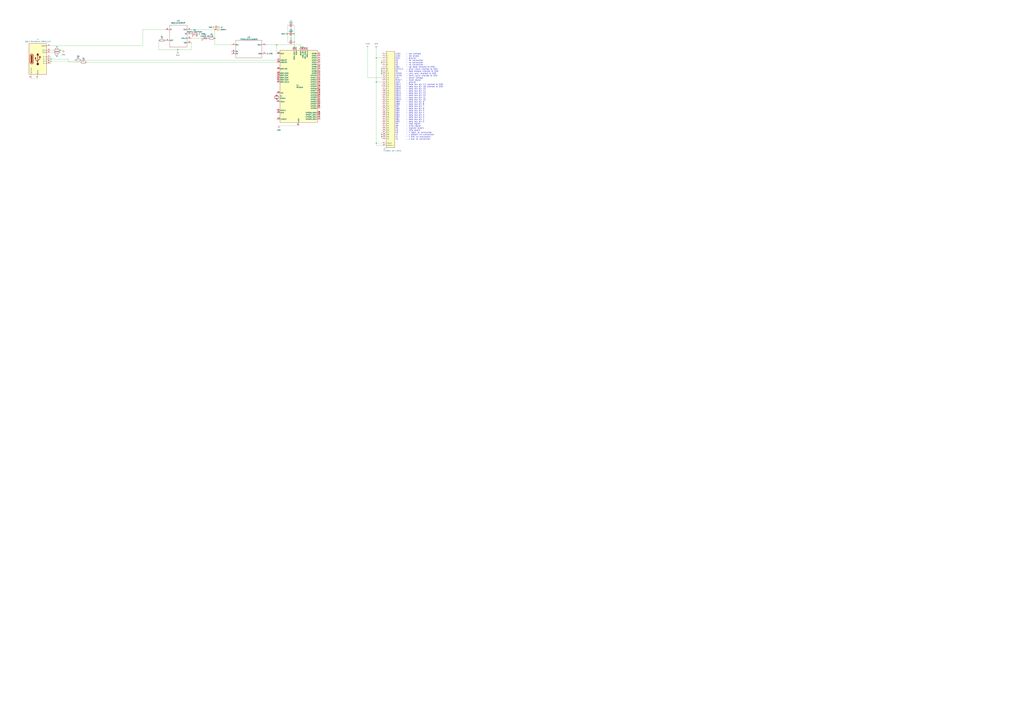
<source format=kicad_sch>
(kicad_sch (version 20230121) (generator eeschema)
  (paper "A0")
  (lib_symbols
    (symbol "2024-01-02_21-46-21:BQ21040DBVR" (pin_names (offset 0.254))
      (property "Reference" "U" (at 0 2.54 0))
      (property "Value" "BQ21040DBVR" (at 0 0 0))
      (symbol "BQ21040DBVR_0_1"
        (polyline (pts (xy -10.16 -12.7) (xy 10.16 -12.7)) (stroke (width 0.2032)))
        (polyline (pts (xy -10.16 12.7) (xy -10.16 -12.7)) (stroke (width 0.2032)))
        (polyline (pts (xy 10.16 -12.7) (xy 10.16 12.7)) (stroke (width 0.2032)))
        (polyline (pts (xy 10.16 12.7) (xy -10.16 12.7)) (stroke (width 0.2032)))
        (pin input line (at 15.24 2.54 180) (length 5.08) (name "TS") (number "1"))
        (pin power_in line (at 15.24 7.62 180) (length 5.08) (name "OUT") (number "2"))
        (pin open_collector line (at 15.24 -2.54 180) (length 5.08) (name "CHG_N") (number "3"))
        (pin input line (at -15.24 -5.08 0) (length 5.08) (name "ISET") (number "4"))
        (pin power_in line (at 15.24 -7.62 180) (length 5.08) (name "VSS") (number "5"))
        (pin power_in line (at -15.24 7.62 0) (length 5.08) (name "IN") (number "6"))
      )
    )
    (symbol "2024-01-02_21-46-27:TPS613221ADBVR" (pin_names (offset 0.254))
      (property "Reference" "U" (at 0 2.54 0))
      (property "Value" "TPS613221ADBVR" (at 0 0 0))
      (symbol "TPS613221ADBVR_0_1"
        (polyline (pts (xy -15.24 -10.16) (xy 15.24 -10.16)) (stroke (width 0.2032)))
        (polyline (pts (xy -15.24 10.16) (xy -15.24 -10.16)) (stroke (width 0.2032)))
        (polyline (pts (xy 15.24 -10.16) (xy 15.24 10.16)) (stroke (width 0.2032)))
        (polyline (pts (xy 15.24 10.16) (xy -15.24 10.16)) (stroke (width 0.2032)))
        (pin power_in line (at -20.32 5.08 0) (length 5.08) (name "SW") (number "1"))
        (pin power_in line (at 20.32 -5.08 180) (length 5.08) (name "GND") (number "2"))
        (pin unspecified line (at -20.32 -2.54 0) (length 5.08) (name "NC") (number "3"))
        (pin power_in line (at 20.32 5.08 180) (length 5.08) (name "VOUT") (number "4"))
        (pin unspecified line (at -20.32 -5.08 0) (length 5.08) (name "NC") (number "5"))
      )
    )
    (symbol "Connector:USB_C_Receptacle_USB2.0_14P" (pin_names (offset 1.016))
      (property "Reference" "J" (at 0 22.225 0))
      (property "Value" "USB_C_Receptacle_USB2.0_14P" (at 0 19.685 0))
      (symbol "USB_C_Receptacle_USB2.0_14P_0_0"
        (rectangle (start -0.254 -17.78) (end 0.254 -16.764))
        (rectangle (start 10.16 -4.826) (end 9.144 -5.334))
        (rectangle (start 10.16 -2.286) (end 9.144 -2.794))
        (rectangle (start 10.16 0.254) (end 9.144 -0.254))
        (rectangle (start 10.16 2.794) (end 9.144 2.286))
        (rectangle (start 10.16 7.874) (end 9.144 7.366))
        (rectangle (start 10.16 10.414) (end 9.144 9.906))
        (rectangle (start 10.16 15.494) (end 9.144 14.986))
      )
      (symbol "USB_C_Receptacle_USB2.0_14P_0_1"
        (rectangle (start -10.16 17.78) (end 10.16 -17.78) (stroke (width 0.254)) (fill (type background)))
        (arc (start -8.89 -3.81) (mid -6.985 -5.7067) (end -5.08 -3.81) (stroke (width 0.508)))
        (arc (start -7.62 -3.81) (mid -6.985 -4.4423) (end -6.35 -3.81) (stroke (width 0.254)))
        (arc (start -7.62 -3.81) (mid -6.985 -4.4423) (end -6.35 -3.81) (stroke (width 0.254)) (fill (type outline)))
        (rectangle (start -7.62 -3.81) (end -6.35 3.81) (stroke (width 0.254)) (fill (type outline)))
        (arc (start -6.35 3.81) (mid -6.985 4.4423) (end -7.62 3.81) (stroke (width 0.254)))
        (arc (start -6.35 3.81) (mid -6.985 4.4423) (end -7.62 3.81) (stroke (width 0.254)) (fill (type outline)))
        (arc (start -5.08 3.81) (mid -6.985 5.7067) (end -8.89 3.81) (stroke (width 0.508)))
        (circle (center -2.54 1.143) (radius 0.635) (stroke (width 0.254)) (fill (type outline)))
        (circle (center 0 -5.842) (radius 1.27) (fill (type outline)))
        (polyline (pts (xy -8.89 -3.81) (xy -8.89 3.81)) (stroke (width 0.508)))
        (polyline (pts (xy -5.08 3.81) (xy -5.08 -3.81)) (stroke (width 0.508)))
        (polyline (pts (xy 0 -5.842) (xy 0 4.318)) (stroke (width 0.508)))
        (polyline (pts (xy 0 -3.302) (xy -2.54 -0.762) (xy -2.54 0.508)) (stroke (width 0.508)))
        (polyline (pts (xy 0 -2.032) (xy 2.54 0.508) (xy 2.54 1.778)) (stroke (width 0.508)))
        (polyline (pts (xy -1.27 4.318) (xy 0 6.858) (xy 1.27 4.318) (xy -1.27 4.318)) (stroke (width 0.254)) (fill (type outline)))
        (rectangle (start 1.905 1.778) (end 3.175 3.048) (stroke (width 0.254)) (fill (type outline)))
      )
      (symbol "USB_C_Receptacle_USB2.0_14P_1_1"
        (pin passive line (at 0 -22.86 90) (length 5.08) (name "GND") (number "A1"))
        (pin passive line (at 0 -22.86 90) (length 5.08) hide (name "GND") (number "A12"))
        (pin passive line (at 15.24 15.24 180) (length 5.08) (name "VBUS") (number "A4"))
        (pin bidirectional line (at 15.24 10.16 180) (length 5.08) (name "CC1") (number "A5"))
        (pin bidirectional line (at 15.24 -2.54 180) (length 5.08) (name "D+") (number "A6"))
        (pin bidirectional line (at 15.24 2.54 180) (length 5.08) (name "D-") (number "A7"))
        (pin passive line (at 15.24 15.24 180) (length 5.08) hide (name "VBUS") (number "A9"))
        (pin passive line (at 0 -22.86 90) (length 5.08) hide (name "GND") (number "B1"))
        (pin passive line (at 0 -22.86 90) (length 5.08) hide (name "GND") (number "B12"))
        (pin passive line (at 15.24 15.24 180) (length 5.08) hide (name "VBUS") (number "B4"))
        (pin bidirectional line (at 15.24 7.62 180) (length 5.08) (name "CC2") (number "B5"))
        (pin bidirectional line (at 15.24 -5.08 180) (length 5.08) (name "D+") (number "B6"))
        (pin bidirectional line (at 15.24 0 180) (length 5.08) (name "D-") (number "B7"))
        (pin passive line (at 15.24 15.24 180) (length 5.08) hide (name "VBUS") (number "B9"))
        (pin passive line (at -7.62 -22.86 90) (length 5.08) (name "SHIELD") (number "S1"))
      )
    )
    (symbol "Device:C" (pin_numbers hide) (pin_names (offset 0.254))
      (property "Reference" "C" (at 0.635 2.54 0))
      (property "Value" "C" (at 0.635 -2.54 0))
      (symbol "C_0_1"
        (polyline (pts (xy -2.032 -0.762) (xy 2.032 -0.762)) (stroke (width 0.508)))
        (polyline (pts (xy -2.032 0.762) (xy 2.032 0.762)) (stroke (width 0.508)))
      )
      (symbol "C_1_1"
        (pin passive line (at 0 3.81 270) (length 2.794) (name "~") (number "1"))
        (pin passive line (at 0 -3.81 90) (length 2.794) (name "~") (number "2"))
      )
    )
    (symbol "Device:Crystal" (pin_numbers hide) (pin_names (offset 1.016) hide)
      (property "Reference" "Y" (at 0 3.81 0))
      (property "Value" "Crystal" (at 0 -3.81 0))
      (symbol "Crystal_0_1"
        (rectangle (start -1.143 2.54) (end 1.143 -2.54) (stroke (width 0.3048)))
        (polyline (pts (xy -2.54 0) (xy -1.905 0)))
        (polyline (pts (xy -1.905 -1.27) (xy -1.905 1.27)) (stroke (width 0.508)))
        (polyline (pts (xy 1.905 -1.27) (xy 1.905 1.27)) (stroke (width 0.508)))
        (polyline (pts (xy 2.54 0) (xy 1.905 0)))
      )
      (symbol "Crystal_1_1"
        (pin passive line (at -3.81 0 0) (length 1.27) (name "1") (number "1"))
        (pin passive line (at 3.81 0 180) (length 1.27) (name "2") (number "2"))
      )
    )
    (symbol "Device:LED" (pin_numbers hide) (pin_names (offset 1.016) hide)
      (property "Reference" "D" (at 0 2.54 0))
      (property "Value" "LED" (at 0 -2.54 0))
      (symbol "LED_0_1"
        (polyline (pts (xy -1.27 -1.27) (xy -1.27 1.27)) (stroke (width 0.254)))
        (polyline (pts (xy -1.27 0) (xy 1.27 0)))
        (polyline (pts (xy 1.27 -1.27) (xy 1.27 1.27) (xy -1.27 0) (xy 1.27 -1.27)) (stroke (width 0.254)))
        (polyline (pts (xy -3.048 -0.762) (xy -4.572 -2.286) (xy -3.81 -2.286) (xy -4.572 -2.286) (xy -4.572 -1.524)))
        (polyline (pts (xy -1.778 -0.762) (xy -3.302 -2.286) (xy -2.54 -2.286) (xy -3.302 -2.286) (xy -3.302 -1.524)))
      )
      (symbol "LED_1_1"
        (pin passive line (at -3.81 0 0) (length 2.54) (name "K") (number "1"))
        (pin passive line (at 3.81 0 180) (length 2.54) (name "A") (number "2"))
      )
    )
    (symbol "Device:R" (pin_numbers hide) (pin_names (offset 0))
      (property "Reference" "R" (at 2.032 0 90))
      (property "Value" "R" (at 0 0 90))
      (symbol "R_0_1"
        (rectangle (start -1.016 -2.54) (end 1.016 2.54) (stroke (width 0.254)))
      )
      (symbol "R_1_1"
        (pin passive line (at 0 3.81 270) (length 1.27) (name "~") (number "1"))
        (pin passive line (at 0 -3.81 90) (length 1.27) (name "~") (number "2"))
      )
    )
    (symbol "Device:Thermistor_NTC" (pin_numbers hide) (pin_names (offset 0))
      (property "Reference" "TH" (at -4.445 0 90))
      (property "Value" "Thermistor_NTC" (at 3.175 0 90))
      (symbol "Thermistor_NTC_0_1"
        (arc (start -3.048 2.159) (mid -3.0495 2.3143) (end -3.175 2.413))
        (arc (start -3.048 2.159) (mid -2.9736 1.9794) (end -2.794 1.905))
        (arc (start -3.048 2.794) (mid -2.9736 2.6144) (end -2.794 2.54))
        (arc (start -2.794 1.905) (mid -2.6144 1.9794) (end -2.54 2.159))
        (arc (start -2.794 2.54) (mid -2.4393 2.5587) (end -2.159 2.794))
        (arc (start -2.794 3.048) (mid -2.9736 2.9736) (end -3.048 2.794))
        (arc (start -2.54 2.794) (mid -2.6144 2.9736) (end -2.794 3.048))
        (rectangle (start -1.016 2.54) (end 1.016 -2.54) (stroke (width 0.254)))
        (polyline (pts (xy -2.54 2.159) (xy -2.54 2.794)))
        (polyline (pts (xy -1.778 2.54) (xy -1.778 1.524) (xy 1.778 -1.524) (xy 1.778 -2.54)))
        (polyline (pts (xy -2.54 -3.683) (xy -2.54 -1.397) (xy -2.794 -2.159) (xy -2.286 -2.159) (xy -2.54 -1.397) (xy -2.54 -1.651)) (fill (type outline)))
        (polyline (pts (xy -1.778 -1.397) (xy -1.778 -3.683) (xy -2.032 -2.921) (xy -1.524 -2.921) (xy -1.778 -3.683) (xy -1.778 -3.429)) (fill (type outline)))
      )
      (symbol "Thermistor_NTC_1_1"
        (pin passive line (at 0 3.81 270) (length 1.27) (name "~") (number "1"))
        (pin passive line (at 0 -3.81 90) (length 1.27) (name "~") (number "2"))
      )
    )
    (symbol "FFC2B21-40-T_REVA:FFC2B21-40-T_REVA" (pin_names (offset 1.016))
      (property "Reference" "J" (at -5.08 54.61 0))
      (property "Value" "FFC2B21-40-T_REVA" (at -5.08 -60.96 0))
      (symbol "FFC2B21-40-T_REVA_0_0"
        (rectangle (start -5.08 -58.42) (end 5.08 53.34) (stroke (width 0.254)) (fill (type background)))
        (pin passive line (at -10.16 50.8 0) (length 5.08) (name "1") (number "1"))
        (pin passive line (at -10.16 27.94 0) (length 5.08) (name "10") (number "10"))
        (pin passive line (at -10.16 25.4 0) (length 5.08) (name "11") (number "11"))
        (pin passive line (at -10.16 22.86 0) (length 5.08) (name "12") (number "12"))
        (pin passive line (at -10.16 20.32 0) (length 5.08) (name "13") (number "13"))
        (pin passive line (at -10.16 17.78 0) (length 5.08) (name "14") (number "14"))
        (pin passive line (at -10.16 15.24 0) (length 5.08) (name "15") (number "15"))
        (pin passive line (at -10.16 12.7 0) (length 5.08) (name "16") (number "16"))
        (pin passive line (at -10.16 10.16 0) (length 5.08) (name "17") (number "17"))
        (pin passive line (at -10.16 7.62 0) (length 5.08) (name "18") (number "18"))
        (pin passive line (at -10.16 5.08 0) (length 5.08) (name "19") (number "19"))
        (pin passive line (at -10.16 48.26 0) (length 5.08) (name "2") (number "2"))
        (pin passive line (at -10.16 2.54 0) (length 5.08) (name "20") (number "20"))
        (pin passive line (at -10.16 0 0) (length 5.08) (name "21") (number "21"))
        (pin passive line (at -10.16 -2.54 0) (length 5.08) (name "22") (number "22"))
        (pin passive line (at -10.16 -5.08 0) (length 5.08) (name "23") (number "23"))
        (pin passive line (at -10.16 -7.62 0) (length 5.08) (name "24") (number "24"))
        (pin passive line (at -10.16 -10.16 0) (length 5.08) (name "25") (number "25"))
        (pin passive line (at -10.16 -12.7 0) (length 5.08) (name "26") (number "26"))
        (pin passive line (at -10.16 -15.24 0) (length 5.08) (name "27") (number "27"))
        (pin passive line (at -10.16 -17.78 0) (length 5.08) (name "28") (number "28"))
        (pin passive line (at -10.16 -20.32 0) (length 5.08) (name "29") (number "29"))
        (pin passive line (at -10.16 45.72 0) (length 5.08) (name "3") (number "3"))
        (pin passive line (at -10.16 -22.86 0) (length 5.08) (name "30") (number "30"))
        (pin passive line (at -10.16 -25.4 0) (length 5.08) (name "31") (number "31"))
        (pin passive line (at -10.16 -27.94 0) (length 5.08) (name "32") (number "32"))
        (pin passive line (at -10.16 -30.48 0) (length 5.08) (name "33") (number "33"))
        (pin passive line (at -10.16 -33.02 0) (length 5.08) (name "34") (number "34"))
        (pin passive line (at -10.16 -35.56 0) (length 5.08) (name "35") (number "35"))
        (pin passive line (at -10.16 -38.1 0) (length 5.08) (name "36") (number "36"))
        (pin passive line (at -10.16 -40.64 0) (length 5.08) (name "37") (number "37"))
        (pin passive line (at -10.16 -43.18 0) (length 5.08) (name "38") (number "38"))
        (pin passive line (at -10.16 -45.72 0) (length 5.08) (name "39") (number "39"))
        (pin passive line (at -10.16 43.18 0) (length 5.08) (name "4") (number "4"))
        (pin passive line (at -10.16 -48.26 0) (length 5.08) (name "40") (number "40"))
        (pin passive line (at -10.16 40.64 0) (length 5.08) (name "5") (number "5"))
        (pin passive line (at -10.16 38.1 0) (length 5.08) (name "6") (number "6"))
        (pin passive line (at -10.16 35.56 0) (length 5.08) (name "7") (number "7"))
        (pin passive line (at -10.16 33.02 0) (length 5.08) (name "8") (number "8"))
        (pin passive line (at -10.16 30.48 0) (length 5.08) (name "9") (number "9"))
        (pin passive line (at -10.16 -53.34 0) (length 5.08) (name "SHIELD") (number "S1"))
        (pin passive line (at -10.16 -55.88 0) (length 5.08) (name "SHIELD__1") (number "S2"))
      )
    )
    (symbol "MCU_RaspberryPi:RP2040"
      (property "Reference" "U" (at 17.78 45.72 0))
      (property "Value" "RP2040" (at 17.78 43.18 0))
      (symbol "RP2040_0_1"
        (rectangle (start -21.59 41.91) (end 21.59 -41.91) (stroke (width 0.254)) (fill (type background)))
      )
      (symbol "RP2040_1_1"
        (pin power_in line (at 2.54 45.72 270) (length 3.81) (name "IOVDD") (number "1"))
        (pin passive line (at 2.54 45.72 270) (length 3.81) hide (name "IOVDD") (number "10"))
        (pin bidirectional line (at 25.4 17.78 180) (length 3.81) (name "GPIO8") (number "11"))
        (pin bidirectional line (at 25.4 15.24 180) (length 3.81) (name "GPIO9") (number "12"))
        (pin bidirectional line (at 25.4 12.7 180) (length 3.81) (name "GPIO10") (number "13"))
        (pin bidirectional line (at 25.4 10.16 180) (length 3.81) (name "GPIO11") (number "14"))
        (pin bidirectional line (at 25.4 7.62 180) (length 3.81) (name "GPIO12") (number "15"))
        (pin bidirectional line (at 25.4 5.08 180) (length 3.81) (name "GPIO13") (number "16"))
        (pin bidirectional line (at 25.4 2.54 180) (length 3.81) (name "GPIO14") (number "17"))
        (pin bidirectional line (at 25.4 0 180) (length 3.81) (name "GPIO15") (number "18"))
        (pin input line (at -25.4 -38.1 0) (length 3.81) (name "TESTEN") (number "19"))
        (pin bidirectional line (at 25.4 38.1 180) (length 3.81) (name "GPIO0") (number "2"))
        (pin input line (at -25.4 -7.62 0) (length 3.81) (name "XIN") (number "20"))
        (pin passive line (at -25.4 -17.78 0) (length 3.81) (name "XOUT") (number "21"))
        (pin passive line (at 2.54 45.72 270) (length 3.81) hide (name "IOVDD") (number "22"))
        (pin power_in line (at -2.54 45.72 270) (length 3.81) (name "DVDD") (number "23"))
        (pin input line (at -25.4 -27.94 0) (length 3.81) (name "SWCLK") (number "24"))
        (pin bidirectional line (at -25.4 -30.48 0) (length 3.81) (name "SWD") (number "25"))
        (pin input line (at -25.4 38.1 0) (length 3.81) (name "RUN") (number "26"))
        (pin bidirectional line (at 25.4 -2.54 180) (length 3.81) (name "GPIO16") (number "27"))
        (pin bidirectional line (at 25.4 -5.08 180) (length 3.81) (name "GPIO17") (number "28"))
        (pin bidirectional line (at 25.4 -7.62 180) (length 3.81) (name "GPIO18") (number "29"))
        (pin bidirectional line (at 25.4 35.56 180) (length 3.81) (name "GPIO1") (number "3"))
        (pin bidirectional line (at 25.4 -10.16 180) (length 3.81) (name "GPIO19") (number "30"))
        (pin bidirectional line (at 25.4 -12.7 180) (length 3.81) (name "GPIO20") (number "31"))
        (pin bidirectional line (at 25.4 -15.24 180) (length 3.81) (name "GPIO21") (number "32"))
        (pin passive line (at 2.54 45.72 270) (length 3.81) hide (name "IOVDD") (number "33"))
        (pin bidirectional line (at 25.4 -17.78 180) (length 3.81) (name "GPIO22") (number "34"))
        (pin bidirectional line (at 25.4 -20.32 180) (length 3.81) (name "GPIO23") (number "35"))
        (pin bidirectional line (at 25.4 -22.86 180) (length 3.81) (name "GPIO24") (number "36"))
        (pin bidirectional line (at 25.4 -25.4 180) (length 3.81) (name "GPIO25") (number "37"))
        (pin bidirectional line (at 25.4 -30.48 180) (length 3.81) (name "GPIO26_ADC0") (number "38"))
        (pin bidirectional line (at 25.4 -33.02 180) (length 3.81) (name "GPIO27_ADC1") (number "39"))
        (pin bidirectional line (at 25.4 33.02 180) (length 3.81) (name "GPIO2") (number "4"))
        (pin bidirectional line (at 25.4 -35.56 180) (length 3.81) (name "GPIO28_ADC2") (number "40"))
        (pin bidirectional line (at 25.4 -38.1 180) (length 3.81) (name "GPIO29_ADC3") (number "41"))
        (pin passive line (at 2.54 45.72 270) (length 3.81) hide (name "IOVDD") (number "42"))
        (pin power_in line (at 7.62 45.72 270) (length 3.81) (name "ADC_AVDD") (number "43"))
        (pin power_in line (at 10.16 45.72 270) (length 3.81) (name "VREG_IN") (number "44"))
        (pin power_out line (at -5.08 45.72 270) (length 3.81) (name "VREG_VOUT") (number "45"))
        (pin bidirectional line (at -25.4 27.94 0) (length 3.81) (name "USB_DM") (number "46"))
        (pin bidirectional line (at -25.4 30.48 0) (length 3.81) (name "USB_DP") (number "47"))
        (pin power_in line (at 5.08 45.72 270) (length 3.81) (name "USB_VDD") (number "48"))
        (pin passive line (at 2.54 45.72 270) (length 3.81) hide (name "IOVDD") (number "49"))
        (pin bidirectional line (at 25.4 30.48 180) (length 3.81) (name "GPIO3") (number "5"))
        (pin passive line (at -2.54 45.72 270) (length 3.81) hide (name "DVDD") (number "50"))
        (pin bidirectional line (at -25.4 7.62 0) (length 3.81) (name "QSPI_SD3") (number "51"))
        (pin output line (at -25.4 5.08 0) (length 3.81) (name "QSPI_SCLK") (number "52"))
        (pin bidirectional line (at -25.4 15.24 0) (length 3.81) (name "QSPI_SD0") (number "53"))
        (pin bidirectional line (at -25.4 10.16 0) (length 3.81) (name "QSPI_SD2") (number "54"))
        (pin bidirectional line (at -25.4 12.7 0) (length 3.81) (name "QSPI_SD1") (number "55"))
        (pin bidirectional line (at -25.4 20.32 0) (length 3.81) (name "QSPI_SS") (number "56"))
        (pin power_in line (at 0 -45.72 90) (length 3.81) (name "GND") (number "57"))
        (pin bidirectional line (at 25.4 27.94 180) (length 3.81) (name "GPIO4") (number "6"))
        (pin bidirectional line (at 25.4 25.4 180) (length 3.81) (name "GPIO5") (number "7"))
        (pin bidirectional line (at 25.4 22.86 180) (length 3.81) (name "GPIO6") (number "8"))
        (pin bidirectional line (at 25.4 20.32 180) (length 3.81) (name "GPIO7") (number "9"))
      )
    )
    (symbol "dk_Rectangular-Connectors-Headers-Male-Pins:S2B-PH-K-S_LF__SN_" (pin_names (offset 1.016))
      (property "Reference" "J" (at -2.54 -1.27 0))
      (property "Value" "S2B-PH-K-S_LF__SN_" (at 1.27 -3.81 0))
      (symbol "S2B-PH-K-S_LF__SN__1_1"
        (rectangle (start -1.27 0) (end 3.81 -2.54) (fill (type background)))
        (rectangle (start -0.254 -1.143) (end 0.254 -1.651) (fill (type outline)))
        (rectangle (start 2.286 -1.143) (end 2.794 -1.651) (fill (type outline)))
        (pin passive line (at 0 2.54 270) (length 2.54) (name "~") (number "1"))
        (pin passive line (at 2.54 2.54 270) (length 2.54) (name "~") (number "2"))
      )
    )
    (symbol "power:+3.3V" (power) (pin_names (offset 0))
      (property "Value" "+3.3V" (at 0 3.556 0))
      (symbol "+3.3V_0_1"
        (polyline (pts (xy -0.762 1.27) (xy 0 2.54)))
        (polyline (pts (xy 0 0) (xy 0 2.54)))
        (polyline (pts (xy 0 2.54) (xy 0.762 1.27)))
      )
      (symbol "+3.3V_1_1"
        (pin power_in line (at 0 0 90) (length 0) hide (name "+3.3V") (number "1"))
      )
    )
    (symbol "power:GND" (power) (pin_names (offset 0))
      (property "Value" "GND" (at 0 -3.81 0))
      (symbol "GND_0_1"
        (polyline (pts (xy 0 0) (xy 0 -1.27) (xy 1.27 -1.27) (xy 0 -2.54) (xy -1.27 -1.27) (xy 0 -1.27)))
      )
      (symbol "GND_1_1"
        (pin power_in line (at 0 0 270) (length 0) hide (name "GND") (number "1"))
      )
    )
  )
  (junction (at 249.555 34.29))
  (junction (at 69.85 58.42))
  (junction (at 341.63 54.61))
  (junction (at 443.23 80.01))
  (junction (at 443.23 85.09))
  (junction (at 334.01 39.37))
  (junction (at 249.555 44.45))
  (junction (at 443.23 156.21))
  (junction (at 443.23 158.75))
  (junction (at 351.79 54.61))
  (junction (at 443.23 82.55))
  (junction (at 59.055 71.12))
  (junction (at 436.88 67.31))
  (junction (at 349.25 54.61))
  (junction (at 341.63 39.37))
  (junction (at 436.88 166.37))
  (junction (at 321.31 52.07))
  (junction (at 206.375 57.785))
  (junction (at 436.88 95.25))
  (junction (at 59.055 68.58))
  (junction (at 443.23 72.39))
  (junction (at 341.63 48.895))
  (wire (pts (xy 222.25 57.785) (xy 206.375 57.785)))
  (wire (pts (xy 436.88 168.91) (xy 436.88 166.37)))
  (wire (pts (xy 321.31 116.84) (xy 321.31 118.11)))
  (wire (pts (xy 69.85 58.42) (xy 69.85 60.96)))
  (wire (pts (xy 36.195 91.44) (xy 43.815 91.44)))
  (wire (pts (xy 443.23 77.47) (xy 443.23 80.01)))
  (wire (pts (xy 184.15 57.785) (xy 184.15 46.99)))
  (wire (pts (xy 341.63 29.21) (xy 341.63 39.37)))
  (wire (pts (xy 443.23 97.79) (xy 443.23 100.33)))
  (wire (pts (xy 426.72 90.17) (xy 443.23 90.17)))
  (wire (pts (xy 249.555 34.29) (xy 249.555 44.45)))
  (wire (pts (xy 59.055 58.42) (xy 62.23 58.42)))
  (wire (pts (xy 79.375 68.58) (xy 59.055 68.58)))
  (wire (pts (xy 321.31 52.07) (xy 349.25 52.07)))
  (wire (pts (xy 206.375 57.785) (xy 184.15 57.785)))
  (wire (pts (xy 443.23 85.09) (xy 443.23 87.63)))
  (wire (pts (xy 100.965 72.39) (xy 321.31 72.39)))
  (wire (pts (xy 86.995 71.12) (xy 59.055 71.12)))
  (wire (pts (xy 249.555 44.45) (xy 249.555 52.07)))
  (wire (pts (xy 341.63 54.61) (xy 344.17 54.61)))
  (wire (pts (xy 334.01 48.895) (xy 334.01 39.37)))
  (wire (pts (xy 309.245 52.07) (xy 321.31 52.07)))
  (wire (pts (xy 94.615 69.85) (xy 321.31 69.85)))
  (wire (pts (xy 206.375 57.785) (xy 206.375 59.69)))
  (wire (pts (xy 443.23 153.67) (xy 443.23 156.21)))
  (wire (pts (xy 165.735 53.34) (xy 59.055 53.34)))
  (wire (pts (xy 59.055 60.96) (xy 62.23 60.96)))
  (wire (pts (xy 341.63 48.895) (xy 341.63 54.61)))
  (wire (pts (xy 341.63 39.37) (xy 341.63 48.895)))
  (wire (pts (xy 165.735 34.29) (xy 191.77 34.29)))
  (wire (pts (xy 443.23 156.21) (xy 443.23 158.75)))
  (wire (pts (xy 351.79 54.61) (xy 354.33 54.61)))
  (wire (pts (xy 443.23 168.91) (xy 436.88 168.91)))
  (wire (pts (xy 79.375 68.58) (xy 79.375 72.39)))
  (wire (pts (xy 334.01 29.21) (xy 334.01 39.37)))
  (wire (pts (xy 321.31 107.95) (xy 321.31 109.22)))
  (wire (pts (xy 443.23 95.25) (xy 436.88 95.25)))
  (wire (pts (xy 59.055 66.04) (xy 59.055 68.58)))
  (wire (pts (xy 165.735 34.29) (xy 165.735 53.34)))
  (wire (pts (xy 222.25 44.45) (xy 234.315 44.45)))
  (wire (pts (xy 93.345 72.39) (xy 79.375 72.39)))
  (wire (pts (xy 443.23 67.31) (xy 436.88 67.31)))
  (wire (pts (xy 436.88 166.37) (xy 436.88 95.25)))
  (wire (pts (xy 443.23 166.37) (xy 436.88 166.37)))
  (wire (pts (xy 321.31 52.07) (xy 321.31 62.23)))
  (wire (pts (xy 59.055 71.12) (xy 59.055 73.66)))
  (wire (pts (xy 69.85 58.42) (xy 73.66 58.42)))
  (wire (pts (xy 349.25 52.07) (xy 349.25 54.61)))
  (wire (pts (xy 443.23 82.55) (xy 443.23 85.09)))
  (wire (pts (xy 443.23 158.75) (xy 443.23 161.29)))
  (wire (pts (xy 436.88 95.25) (xy 436.88 67.31)))
  (wire (pts (xy 249.555 52.07) (xy 268.605 52.07)))
  (wire (pts (xy 86.995 69.85) (xy 86.995 71.12)))
  (wire (pts (xy 443.23 80.01) (xy 443.23 82.55)))
  (wire (pts (xy 443.23 69.85) (xy 443.23 72.39)))
  (wire (pts (xy 443.23 72.39) (xy 443.23 74.93)))
  (wire (pts (xy 349.25 54.61) (xy 351.79 54.61)))
  (wire (pts (xy 346.71 146.05) (xy 323.85 146.05)))
  (wire (pts (xy 222.25 49.53) (xy 222.25 57.785)))
  (wire (pts (xy 222.25 34.29) (xy 249.555 34.29)))
  (wire (pts (xy 436.88 67.31) (xy 436.88 55.88)))
  (wire (pts (xy 426.72 55.88) (xy 426.72 90.17)))
  (text "LEDK	- led cathode\nLEDA	- led anode\nGND		- ground\nNC		- no connection\nNC		- no connection\nNC		- no connection\nSDA		- spi data; shorted to GND\nDOTCLK	- pixel clock; shorted to GND\nDE		- data enable; shorted to GND\nVSYNC	- vert. sync; shorted to GND\nHSYNC	- horiz. sync; shorted to GND\nVCC		- power voltage\nRESET	- reset signal\nGND		- ground\nDB17	- data bus pin 17; shorted to GND\nDB16	- data bus pin 16; shorted to GND\nDB15	- data bus pin 15\nDB14	- data bus pin 14\nDB13	- data bus pin 13\nDB12	- data bus pin 12\nDB11	- data bus pin 11\nDB10	- data bus pin 10\nDB9		- data bus pin 9\nDB8		- data bus pin 8\nDB7		- data bus pin 7\nDB6		- data bus pin 6\nDB5		- data bus pin 5\nDB4		- data bus pin 4\nDB3		- data bus pin 3\nDB2		- data bus pin 2\nDB1		- data bus pin 1\nDB0		- data bus pin 0\nRD		- read signal\nWR		- write signal\nRS		- register select\nCS		- chip select\nXR		- x right; no connection\nYC		- y bottom; no connection\nXL		- x left; no connection\nYU		- y top; no connection" (at 459.105 162.56 0) (effects (font (size 1.577 1.577)) (justify left bottom)))
  (symbol (lib_id "power:GND") (at 436.88 55.88 180) (unit 1)
    (property "Reference" "#PWR08" (effects hide))
    (property "Value" "GND" (at 436.88 50.8 0))
  )
  (symbol (lib_id "MCU_RaspberryPi:RP2040") (at 346.71 100.33 0) (unit 1)
    (property "Reference" "U1" (at 344.17 99.06 0) (effects (justify left)))
    (property "Value" "RP2040" (at 344.17 101.6 0) (effects (justify left)))
    (property "Footprint" "Package_DFN_QFN:QFN-56-1EP_7x7mm_P0.4mm_EP3.2x3.2mm" (effects hide))
    (property "Datasheet" "https://datasheets.raspberrypi.com/rp2040/rp2040-datasheet.pdf" (effects hide))
  )
  (symbol (lib_id "2024-01-02_21-46-21:BQ21040DBVR") (at 207.01 41.91 0) (unit 1)
    (property "Reference" "U2" (at 207.01 24.13 0) (effects (font (size 1.524 1.524))))
    (property "Value" "BQ21040DBVR" (at 207.01 26.67 0) (effects (font (size 1.524 1.524))))
    (property "Footprint" "DBV0006A_N" (effects hide))
    (property "Datasheet" "BQ21040DBVR" (effects hide))
  )
  (symbol (lib_id "FFC2B21-40-T_REVA:FFC2B21-40-T_REVA") (at 453.39 113.03 0) (unit 1)
    (property "Reference" "J3" (at 445.135 172.72 0) (effects (justify left)))
    (property "Value" "FFC2B21-40-T_REVA" (at 445.135 175.26 0) (effects (justify left)))
    (property "Footprint" "FFC2B21-40-T_REVA:GCT_FFC2B21-40-T_REVA" (effects hide))
    (property "PARTREV" "A" (effects hide))
    (property "STANDARD" "Manufacturer Recommendations" (effects hide))
    (property "MAXIMUM_PACKAGE_HEIGHT" "2.00 mm" (effects hide))
    (property "MANUFACTURER" "GCT" (effects hide))
  )
  (symbol (lib_id "2024-01-02_21-46-27:TPS613221ADBVR") (at 288.925 57.15 0) (unit 1)
    (property "Reference" "U3" (at 288.925 43.18 0) (effects (font (size 1.524 1.524))))
    (property "Value" "TPS613221ADBVR" (at 288.925 45.72 0) (effects (font (size 1.524 1.524))))
    (property "Footprint" "DBV0005A_N" (effects hide))
    (property "Datasheet" "TPS613221ADBVR" (effects hide))
  )
  (symbol (lib_id "Device:R") (at 66.04 60.96 90) (unit 1)
    (property "Reference" "R6" (at 66.04 65.405 90))
    (property "Value" "5.1k" (at 66.04 63.5 90))
  )
  (symbol (lib_id "power:GND") (at 73.66 58.42 0) (unit 1)
    (property "Reference" "#PWR02" (effects hide))
    (property "Value" "GND" (at 73.66 63.5 0))
  )
  (symbol (lib_id "Device:Thermistor_NTC") (at 226.06 39.37 90) (unit 1)
    (property "Reference" "TH1" (at 226.06 34.925 90))
    (property "Value" "battery thermistor" (at 226.06 36.83 90))
  )
  (symbol (lib_id "Connector:USB_C_Receptacle_USB2.0_14P") (at 43.815 68.58 0) (unit 1)
    (property "Reference" "J1" (at 43.815 45.72 0))
    (property "Value" "USB_C_Receptacle_USB2.0_14P" (at 43.815 48.26 0))
    (property "Datasheet" "https://www.usb.org/sites/default/files/documents/usb_type-c.zip" (effects hide))
  )
  (symbol (lib_id "Device:LED") (at 238.125 44.45 0) (unit 1)
    (property "Reference" "D1" (at 238.125 40.005 0))
    (property "Value" "charge led" (at 238.125 41.91 0))
  )
  (symbol (lib_id "power:GND") (at 323.85 146.05 0) (unit 1)
    (property "Reference" "#PWR04" (effects hide))
    (property "Value" "GND" (at 323.85 151.13 0))
  )
  (symbol (lib_id "power:GND") (at 309.245 62.23 90) (unit 1)
    (property "Reference" "#PWR05" (effects hide))
    (property "Value" "GND" (at 312.42 62.23 90) (effects (justify right)))
  )
  (symbol (lib_id "Device:R") (at 97.155 72.39 90) (unit 1)
    (property "Reference" "R4" (at 97.155 67.945 90))
    (property "Value" "27" (at 97.155 69.85 90))
  )
  (symbol (lib_id "Device:C") (at 337.82 48.895 90) (unit 1)
    (property "Reference" "C2" (at 337.82 43.815 90))
    (property "Value" "1u" (at 337.82 45.72 90))
  )
  (symbol (lib_id "power:GND") (at 206.375 59.69 0) (unit 1)
    (property "Reference" "#PWR06" (effects hide))
    (property "Value" "GND" (at 206.375 64.135 0))
  )
  (symbol (lib_id "Device:C") (at 337.82 29.21 90) (unit 1)
    (property "Reference" "C4" (at 337.82 24.13 90))
    (property "Value" "100n" (at 337.82 26.035 90))
  )
  (symbol (lib_id "Device:R") (at 90.805 69.85 90) (unit 1)
    (property "Reference" "R3" (at 90.805 65.405 90))
    (property "Value" "27" (at 90.805 67.31 90))
  )
  (symbol (lib_id "power:GND") (at 229.87 39.37 90) (unit 1)
    (property "Reference" "#PWR07" (effects hide))
    (property "Value" "GND" (at 233.68 39.37 90) (effects (justify right)))
  )
  (symbol (lib_id "power:+3.3V") (at 426.72 55.88 0) (unit 1)
    (property "Reference" "#PWR09" (effects hide))
    (property "Value" "+3.3V" (at 426.72 50.8 0))
  )
  (symbol (lib_id "power:GND") (at 334.01 39.37 270) (unit 1)
    (property "Reference" "#PWR03" (effects hide))
    (property "Value" "GND" (at 330.835 39.37 90) (effects (justify right)))
  )
  (symbol (lib_id "Device:R") (at 187.96 46.99 270) (unit 1)
    (property "Reference" "R1" (at 187.96 42.545 90))
    (property "Value" "1K" (at 187.96 44.45 90))
  )
  (symbol (lib_id "Device:Crystal") (at 321.31 113.03 270) (unit 1)
    (property "Reference" "Y1" (at 325.12 111.76 90) (effects (justify left)))
    (property "Value" "12MHz" (at 325.12 114.3 90) (effects (justify left)))
    (property "Footprint" "Crystal:Crystal_HC49-4H_Vertical" (effects hide))
  )
  (symbol (lib_id "power:GND") (at 249.555 31.75 270) (unit 1)
    (property "Reference" "#PWR01" (effects hide))
    (property "Value" "GND" (at 246.38 31.75 90) (effects (justify right)))
  )
  (symbol (lib_id "dk_Rectangular-Connectors-Headers-Male-Pins:S2B-PH-K-S_LF__SN_") (at 252.095 34.29 90) (unit 1)
    (property "Reference" "J2" (at 255.905 31.75 90) (effects (justify right)))
    (property "Value" "battery" (at 255.905 34.29 90) (effects (justify right)))
    (property "Footprint" "digikey-footprints:PinHeader_1x2_P2mm_Drill1mm_RA" (effects hide))
    (property "Datasheet" "http://www.jst-mfg.com/product/pdf/eng/ePH.pdf" (effects hide))
    (property "Digi-Key_PN" "455-1719-ND" (effects hide))
    (property "MPN" "S2B-PH-K-S(LF)(SN)" (effects hide))
    (property "Category" "Connectors, Interconnects" (effects hide))
    (property "Family" "Rectangular Connectors - Headers, Male Pins" (effects hide))
    (property "DK_Datasheet_Link" "http://www.jst-mfg.com/product/pdf/eng/ePH.pdf" (effects hide))
    (property "DK_Detail_Page" "/product-detail/en/jst-sales-america-inc/S2B-PH-K-S(LF)(SN)/455-1719-ND/926626" (effects hide))
    (property "Description" "CONN HEADER R/A 2POS 2MM" (effects hide))
    (property "Manufacturer" "JST Sales America Inc." (effects hide))
    (property "Status" "Active" (effects hide))
  )
  (symbol (lib_id "Device:R") (at 66.04 58.42 90) (unit 1)
    (property "Reference" "R5" (at 66.04 54.61 90))
    (property "Value" "5.1k" (at 66.04 56.515 90))
  )
  (symbol (lib_id "Device:C") (at 337.82 39.37 90) (unit 1)
    (property "Reference" "C3" (at 337.82 34.29 90))
    (property "Value" "100n" (at 337.82 36.195 90))
  )
  (symbol (lib_id "Device:R") (at 245.745 44.45 90) (unit 1)
    (property "Reference" "R2" (at 245.745 40.005 90))
    (property "Value" "1.5k" (at 245.745 41.91 90))
  )
)
</source>
